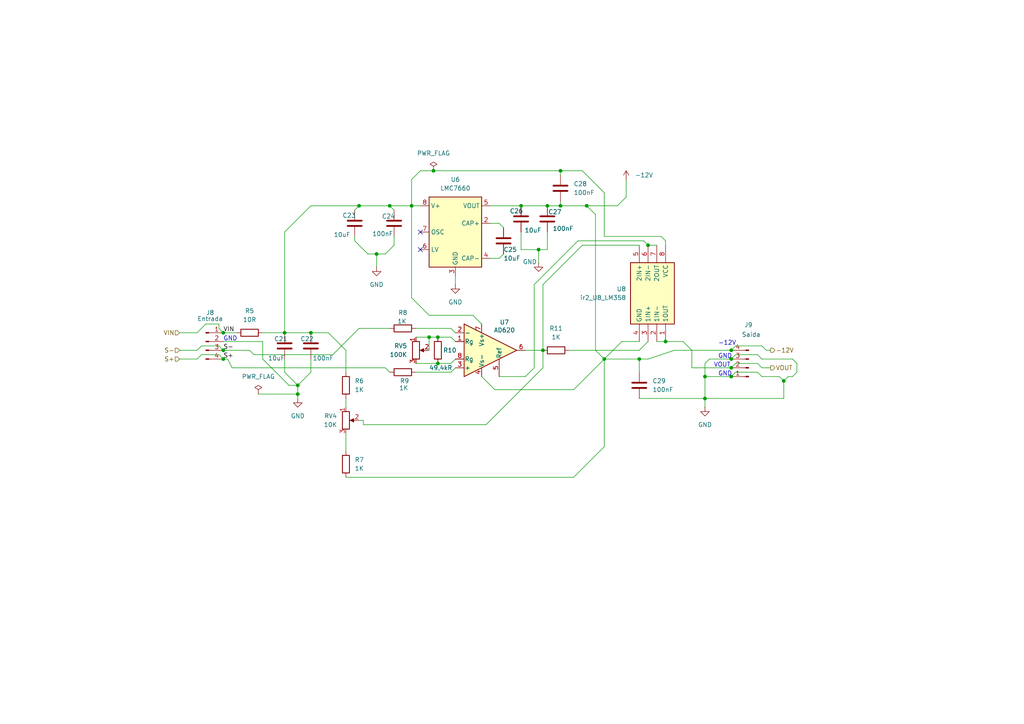
<source format=kicad_sch>
(kicad_sch (version 20250114) (generator "eeschema") (generator_version "9.0")
  (paper "A4")
  (title_block (title "PROJETO IR2_B2_UFAM") (date "07/08/2025") (rev "V1") (company "UFAM-UFMG") (comment 1 "1 - Software Proteus substituído pelo Software Kicad 9.0") (comment 2 "2 - Incluído Amplificafor de Instrumentação para reduzir ruídos") (comment 3 "3 - Incluídos conectores para cabos entrelaçados") (comment 4 "4 - Análise de 4 camadas para reduzir ruídos") (comment 5 "5 - Teste de clonagem"))
  (lib_symbols
    (symbol "Amplifier_Instrumentation:AD620" (pin_names (offset 0.127))
      (property "Reference" "U" (at 3.81 7.62 0))
      (property "Value" "AD620" (at 5.08 5.08 0))
      (symbol "AD620_0_1"
        (polyline (pts (xy -7.62 7.62) (xy -7.62 -7.62) (xy 7.62 0) (xy -7.62 7.62)) (stroke (width 0.254)) (fill (type background)))
      )
      (symbol "AD620_1_1"
        (pin input line (at -10.16 5.08 0) (length 2.54) (name "-") (number "2"))
        (pin passive line (at -10.16 2.54 0) (length 2.54) (name "Rg") (number "1"))
        (pin passive line (at -10.16 -2.54 0) (length 2.54) (name "Rg") (number "8"))
        (pin input line (at -10.16 -5.08 0) (length 2.54) (name "+") (number "3"))
        (pin power_in line (at -2.54 7.62 270) (length 2.54) (name "Vs+") (number "7"))
        (pin power_in line (at -2.54 -7.62 90) (length 2.54) (name "Vs-") (number "4"))
        (pin passive line (at 2.54 -7.62 90) (length 5.08) (name "Ref") (number "5"))
        (pin output line (at 10.16 0 180) (length 2.54) (name "~") (number "6"))
      )
    )
    (symbol "Connector:Conn_01x04_Pin" (pin_names (offset 1.016) (hide yes))
      (property "Reference" "J" (at 0 5.08 0))
      (property "Value" "Conn_01x04_Pin" (at 0 -7.62 0))
      (symbol "Conn_01x04_Pin_1_1"
        (rectangle (start 0.8636 2.667) (end 0 2.413) (stroke (width 0.1524)) (fill (type outline)))
        (rectangle (start 0.8636 0.127) (end 0 -0.127) (stroke (width 0.1524)) (fill (type outline)))
        (rectangle (start 0.8636 -2.413) (end 0 -2.667) (stroke (width 0.1524)) (fill (type outline)))
        (rectangle (start 0.8636 -4.953) (end 0 -5.207) (stroke (width 0.1524)) (fill (type outline)))
        (polyline (pts (xy 1.27 2.54) (xy 0.8636 2.54)) (stroke (width 0.1524)))
        (polyline (pts (xy 1.27 0) (xy 0.8636 0)) (stroke (width 0.1524)))
        (polyline (pts (xy 1.27 -2.54) (xy 0.8636 -2.54)) (stroke (width 0.1524)))
        (polyline (pts (xy 1.27 -5.08) (xy 0.8636 -5.08)) (stroke (width 0.1524)))
        (pin passive line (at 5.08 2.54 180) (length 3.81) (name "Pin_1") (number "1"))
        (pin passive line (at 5.08 0 180) (length 3.81) (name "Pin_2") (number "2"))
        (pin passive line (at 5.08 -2.54 180) (length 3.81) (name "Pin_3") (number "3"))
        (pin passive line (at 5.08 -5.08 180) (length 3.81) (name "Pin_4") (number "4"))
      )
    )
    (symbol "Device:C" (pin_numbers (hide yes)) (pin_names (offset 0.254))
      (property "Reference" "C" (at 0.635 2.54 0))
      (property "Value" "C" (at 0.635 -2.54 0))
      (symbol "C_0_1"
        (polyline (pts (xy -2.032 0.762) (xy 2.032 0.762)) (stroke (width 0.508)))
        (polyline (pts (xy -2.032 -0.762) (xy 2.032 -0.762)) (stroke (width 0.508)))
      )
      (symbol "C_1_1"
        (pin passive line (at 0 3.81 270) (length 2.794) (name "~") (number "1"))
        (pin passive line (at 0 -3.81 90) (length 2.794) (name "~") (number "2"))
      )
    )
    (symbol "Device:R" (pin_numbers (hide yes)) (pin_names (offset 0))
      (property "Reference" "R" (at 2.032 0 90))
      (property "Value" "R" (at 0 0 90))
      (symbol "R_0_1"
        (rectangle (start -1.016 -2.54) (end 1.016 2.54) (stroke (width 0.254)))
      )
      (symbol "R_1_1"
        (pin passive line (at 0 3.81 270) (length 1.27) (name "~") (number "1"))
        (pin passive line (at 0 -3.81 90) (length 1.27) (name "~") (number "2"))
      )
    )
    (symbol "Device:R_Potentiometer" (pin_names (offset 1.016) (hide yes))
      (property "Reference" "RV" (at -4.445 0 90))
      (property "Value" "R_Potentiometer" (at -2.54 0 90))
      (symbol "R_Potentiometer_0_1"
        (rectangle (start 1.016 2.54) (end -1.016 -2.54) (stroke (width 0.254)))
        (polyline (pts (xy 1.143 0) (xy 2.286 0.508) (xy 2.286 -0.508) (xy 1.143 0)) (fill (type outline)))
        (polyline (pts (xy 2.54 0) (xy 1.524 0)))
      )
      (symbol "R_Potentiometer_1_1"
        (pin passive line (at 0 3.81 270) (length 1.27) (name "1") (number "1"))
        (pin passive line (at 0 -3.81 90) (length 1.27) (name "3") (number "3"))
        (pin passive line (at 3.81 0 180) (length 1.27) (name "2") (number "2"))
      )
    )
    (symbol "IR2_Library:IR2_UFAM_U8_LM358"
      (property "Reference" "U" (at 24.13 7.62 0))
      (property "Value" "IR2_UFAM_U8_LM358" (at 24.13 5.08 0))
      (symbol "IR2_UFAM_U8_LM358_1_1"
        (rectangle (start 5.08 2.54) (end 22.86 -10.16) (stroke (width 0.254)) (fill (type background)))
        (pin passive line (at 0 0 0) (length 5.08) (name "1OUT") (number "1"))
        (pin passive line (at 0 -2.54 0) (length 5.08) (name "1IN-") (number "2"))
        (pin passive line (at 0 -5.08 0) (length 5.08) (name "1IN+") (number "3"))
        (pin passive line (at 0 -7.62 0) (length 5.08) (name "GND") (number "4"))
        (pin passive line (at 27.94 0 180) (length 5.08) (name "VCC") (number "8"))
        (pin passive line (at 27.94 -2.54 180) (length 5.08) (name "2OUT") (number "7"))
        (pin passive line (at 27.94 -5.08 180) (length 5.08) (name "2IN-") (number "6"))
        (pin passive line (at 27.94 -7.62 180) (length 5.08) (name "2IN+") (number "5"))
      )
    )
    (symbol "Regulator_SwitchedCapacitor:LMC7660"
      (property "Reference" "U" (at -6.604 11.43 0))
      (property "Value" "LMC7660" (at 0 11.43 0))
      (symbol "LMC7660_0_1"
        (rectangle (start -7.62 10.16) (end 7.62 -10.16) (stroke (width 0.254)) (fill (type background)))
      )
      (symbol "LMC7660_1_1"
        (pin power_in line (at -10.16 7.62 0) (length 2.54) (name "V+") (number "8"))
        (pin input line (at -10.16 0 0) (length 2.54) (name "OSC") (number "7"))
        (pin input line (at -10.16 -5.08 0) (length 2.54) (name "LV") (number "6"))
        (pin no_connect line (at -7.62 5.08 0) (length 2.54) (hide yes) (name "NC") (number "1"))
        (pin power_in line (at 0 -12.7 90) (length 2.54) (name "GND") (number "3"))
        (pin power_out line (at 10.16 7.62 180) (length 2.54) (name "VOUT") (number "5"))
        (pin input line (at 10.16 2.54 180) (length 2.54) (name "CAP+") (number "2"))
        (pin input line (at 10.16 -7.62 180) (length 2.54) (name "CAP-") (number "4"))
      )
    )
    (symbol "power:GND" (power) (pin_numbers (hide yes)) (pin_names (offset 0) (hide yes))
      (property "Value" "GND" (at 0 -3.81 0))
      (symbol "GND_0_1"
        (polyline (pts (xy 0 0) (xy 0 -1.27) (xy 1.27 -1.27) (xy 0 -2.54) (xy -1.27 -1.27) (xy 0 -1.27)))
      )
      (symbol "GND_1_1"
        (pin power_in line (at 0 0 270) (length 0) (name "~") (number "1"))
      )
    )
    (symbol "power:PWR_FLAG" (power) (pin_numbers (hide yes)) (pin_names (offset 0) (hide yes))
      (property "Value" "PWR_FLAG" (at 0 3.81 0))
      (symbol "PWR_FLAG_0_0"
        (pin power_out line (at 0 0 90) (length 0) (name "~") (number "1"))
      )
      (symbol "PWR_FLAG_0_1"
        (polyline (pts (xy 0 0) (xy 0 1.27) (xy -1.016 1.905) (xy 0 2.54) (xy 1.016 1.905) (xy 0 1.27)))
      )
    )
    (symbol "power:VCC" (power) (pin_numbers (hide yes)) (pin_names (offset 0) (hide yes))
      (property "Value" "VCC" (at 0 3.556 0))
      (symbol "VCC_0_1"
        (polyline (pts (xy -0.762 1.27) (xy 0 2.54)))
        (polyline (pts (xy 0 2.54) (xy 0.762 1.27)))
        (polyline (pts (xy 0 0) (xy 0 2.54)))
      )
      (symbol "VCC_1_1"
        (pin power_in line (at 0 0 90) (length 0) (name "~") (number "1"))
      )
    )
  )
  (text "GND" (at 64.77 99.06 0) (effects (font (size 1.27 1.27)) (justify left bottom)))
  (text "-12V" (at 208.28 100.33 0) (effects (font (size 1.27 1.27)) (justify left bottom)))
  (text "GND" (at 208.28 104.14 0) (effects (font (size 1.27 1.27)) (justify left bottom)))
  (text "GND" (at 208.28 109.22 0) (effects (font (size 1.27 1.27)) (justify left bottom)))
  (text "VOUT" (at 207.01 106.68 0) (effects (font (size 1.27 1.27)) (justify left bottom)))
  (junction (at 64.77 104.14))
  (junction (at 156.21 72.39))
  (junction (at 170.18 59.69))
  (junction (at 64.77 101.6))
  (junction (at 127 105.41))
  (junction (at 227.33 110.49))
  (junction (at 204.47 115.57))
  (junction (at 175.26 104.14))
  (junction (at 185.42 104.14))
  (junction (at 82.55 96.52))
  (junction (at 109.22 73.66))
  (junction (at 113.03 59.69))
  (junction (at 124.46 97.79))
  (junction (at 187.96 71.12))
  (junction (at 158.75 59.69))
  (junction (at 90.17 96.52))
  (junction (at 162.56 59.69))
  (junction (at 119.38 59.69))
  (junction (at 212.09 101.6))
  (junction (at 151.13 59.69))
  (junction (at 193.04 99.06))
  (junction (at 157.48 101.6))
  (junction (at 64.77 96.52))
  (junction (at 127 97.79))
  (junction (at 212.09 109.22))
  (junction (at 212.09 104.14))
  (junction (at 162.56 49.53))
  (junction (at 104.14 59.69))
  (junction (at 204.47 109.22))
  (junction (at 86.36 114.3))
  (junction (at 86.36 111.76))
  (junction (at 125.73 49.53))
  (junction (at 212.09 106.68))
  (no_connect (at 121.92 67.31))
  (no_connect (at 121.92 72.39))
  (wire (pts (xy 114.3 60.96) (xy 113.03 59.69)))
  (wire (pts (xy 175.26 104.14) (xy 175.26 129.54)))
  (wire (pts (xy 220.98 104.14) (xy 219.71 102.87)))
  (wire (pts (xy 204.47 109.22) (xy 204.47 115.57)))
  (wire (pts (xy 213.36 107.95) (xy 212.09 109.22)))
  (wire (pts (xy 82.55 107.95) (xy 82.55 104.14)))
  (wire (pts (xy 185.42 104.14) (xy 185.42 107.95)))
  (wire (pts (xy 229.87 109.22) (xy 228.6 109.22)))
  (wire (pts (xy 100.33 101.6) (xy 95.25 96.52)))
  (wire (pts (xy 59.69 93.98) (xy 63.5 93.98)))
  (wire (pts (xy 193.04 69.85) (xy 193.04 71.12)))
  (wire (pts (xy 157.48 82.55) (xy 157.48 101.6)))
  (wire (pts (xy 220.98 106.68) (xy 219.71 105.41)))
  (wire (pts (xy 102.87 60.96) (xy 104.14 59.69)))
  (wire (pts (xy 119.38 59.69) (xy 121.92 59.69)))
  (wire (pts (xy 156.21 72.39) (xy 156.21 76.2)))
  (wire (pts (xy 193.04 69.85) (xy 191.77 68.58)))
  (wire (pts (xy 172.72 62.23) (xy 170.18 59.69)))
  (wire (pts (xy 142.24 59.69) (xy 151.13 59.69)))
  (wire (pts (xy 167.64 69.85) (xy 154.94 82.55)))
  (wire (pts (xy 168.91 71.12) (xy 157.48 82.55)))
  (wire (pts (xy 74.93 114.3) (xy 86.36 114.3)))
  (wire (pts (xy 127 105.41) (xy 130.81 105.41)))
  (wire (pts (xy 106.68 73.66) (xy 109.22 73.66)))
  (wire (pts (xy 102.87 68.58) (xy 102.87 69.85)))
  (wire (pts (xy 204.47 115.57) (xy 204.47 118.11)))
  (wire (pts (xy 185.42 104.14) (xy 187.96 104.14)))
  (wire (pts (xy 172.72 101.6) (xy 172.72 62.23)))
  (wire (pts (xy 154.94 106.68) (xy 152.4 109.22)))
  (wire (pts (xy 58.42 102.87) (xy 63.5 102.87)))
  (wire (pts (xy 222.25 101.6) (xy 220.98 100.33)))
  (wire (pts (xy 229.87 104.14) (xy 231.14 105.41)))
  (wire (pts (xy 64.77 99.06) (xy 76.2 99.06)))
  (wire (pts (xy 82.55 96.52) (xy 82.55 67.31)))
  (wire (pts (xy 213.36 102.87) (xy 219.71 102.87)))
  (wire (pts (xy 125.73 49.53) (xy 162.56 49.53)))
  (wire (pts (xy 200.66 101.6) (xy 200.66 106.68)))
  (wire (pts (xy 186.69 69.85) (xy 167.64 69.85)))
  (wire (pts (xy 157.48 101.6) (xy 157.48 106.68)))
  (wire (pts (xy 223.52 101.6) (xy 222.25 101.6)))
  (wire (pts (xy 130.81 105.41) (xy 132.08 104.14)))
  (wire (pts (xy 76.2 99.06) (xy 76.2 104.14)))
  (wire (pts (xy 227.33 110.49) (xy 227.33 115.57)))
  (wire (pts (xy 220.98 100.33) (xy 213.36 100.33)))
  (wire (pts (xy 57.15 101.6) (xy 58.42 100.33)))
  (wire (pts (xy 52.07 104.14) (xy 57.15 104.14)))
  (wire (pts (xy 187.96 104.14) (xy 195.58 101.6)))
  (wire (pts (xy 82.55 67.31) (xy 90.17 59.69)))
  (wire (pts (xy 175.26 104.14) (xy 172.72 101.6)))
  (wire (pts (xy 144.78 109.22) (xy 152.4 109.22)))
  (wire (pts (xy 165.1 101.6) (xy 185.42 101.6)))
  (wire (pts (xy 181.61 52.07) (xy 181.61 57.15)))
  (wire (pts (xy 151.13 67.31) (xy 151.13 72.39)))
  (wire (pts (xy 86.36 114.3) (xy 86.36 115.57)))
  (wire (pts (xy 166.37 138.43) (xy 175.26 129.54)))
  (wire (pts (xy 180.34 99.06) (xy 175.26 104.14)))
  (wire (pts (xy 124.46 91.44) (xy 119.38 86.36)))
  (wire (pts (xy 124.46 97.79) (xy 127 97.79)))
  (wire (pts (xy 121.92 49.53) (xy 125.73 49.53)))
  (wire (pts (xy 130.81 107.95) (xy 132.08 106.68)))
  (wire (pts (xy 162.56 49.53) (xy 168.91 49.53)))
  (wire (pts (xy 124.46 97.79) (xy 124.46 101.6)))
  (wire (pts (xy 190.5 99.06) (xy 193.04 99.06)))
  (wire (pts (xy 52.07 101.6) (xy 57.15 101.6)))
  (wire (pts (xy 57.15 96.52) (xy 59.69 93.98)))
  (wire (pts (xy 130.81 95.25) (xy 132.08 96.52)))
  (wire (pts (xy 213.36 102.87) (xy 212.09 104.14)))
  (wire (pts (xy 57.15 104.14) (xy 58.42 102.87)))
  (wire (pts (xy 162.56 59.69) (xy 170.18 59.69)))
  (wire (pts (xy 86.36 111.76) (xy 86.36 114.3)))
  (wire (pts (xy 127 97.79) (xy 130.81 97.79)))
  (wire (pts (xy 144.78 64.77) (xy 146.05 66.04)))
  (wire (pts (xy 63.5 95.25) (xy 64.77 96.52)))
  (wire (pts (xy 67.31 106.68) (xy 66.04 104.14)))
  (wire (pts (xy 137.16 91.44) (xy 124.46 91.44)))
  (wire (pts (xy 185.42 71.12) (xy 168.91 71.12)))
  (wire (pts (xy 151.13 72.39) (xy 156.21 72.39)))
  (wire (pts (xy 100.33 107.95) (xy 100.33 101.6)))
  (wire (pts (xy 140.97 123.19) (xy 157.48 106.68)))
  (wire (pts (xy 220.98 104.14) (xy 229.87 104.14)))
  (wire (pts (xy 204.47 109.22) (xy 212.09 109.22)))
  (wire (pts (xy 187.96 71.12) (xy 186.69 69.85)))
  (wire (pts (xy 104.14 95.25) (xy 96.52 102.87)))
  (wire (pts (xy 90.17 96.52) (xy 95.25 96.52)))
  (wire (pts (xy 204.47 115.57) (xy 227.33 115.57)))
  (wire (pts (xy 64.77 104.14) (xy 66.04 104.14)))
  (wire (pts (xy 90.17 107.95) (xy 86.36 111.76)))
  (wire (pts (xy 114.3 68.58) (xy 114.3 71.12)))
  (wire (pts (xy 166.37 113.03) (xy 175.26 104.14)))
  (wire (pts (xy 102.87 69.85) (xy 106.68 73.66)))
  (wire (pts (xy 96.52 102.87) (xy 73.66 102.87)))
  (wire (pts (xy 142.24 64.77) (xy 144.78 64.77)))
  (wire (pts (xy 82.55 107.95) (xy 86.36 111.76)))
  (wire (pts (xy 193.04 99.06) (xy 198.12 99.06)))
  (wire (pts (xy 52.07 96.52) (xy 57.15 96.52)))
  (wire (pts (xy 104.14 121.92) (xy 105.41 121.92)))
  (wire (pts (xy 205.74 104.14) (xy 212.09 104.14)))
  (wire (pts (xy 213.36 105.41) (xy 212.09 106.68)))
  (wire (pts (xy 187.96 99.06) (xy 185.42 101.6)))
  (wire (pts (xy 185.42 115.57) (xy 204.47 115.57)))
  (wire (pts (xy 109.22 73.66) (xy 109.22 77.47)))
  (wire (pts (xy 162.56 49.53) (xy 162.56 50.8)))
  (wire (pts (xy 185.42 99.06) (xy 180.34 99.06)))
  (wire (pts (xy 63.5 102.87) (xy 64.77 104.14)))
  (wire (pts (xy 104.14 59.69) (xy 113.03 59.69)))
  (wire (pts (xy 64.77 96.52) (xy 68.58 96.52)))
  (wire (pts (xy 204.47 105.41) (xy 204.47 109.22)))
  (wire (pts (xy 220.98 109.22) (xy 219.71 107.95)))
  (wire (pts (xy 158.75 59.69) (xy 162.56 59.69)))
  (wire (pts (xy 130.81 97.79) (xy 132.08 99.06)))
  (wire (pts (xy 223.52 106.68) (xy 220.98 106.68)))
  (wire (pts (xy 185.42 104.14) (xy 175.26 104.14)))
  (wire (pts (xy 119.38 59.69) (xy 119.38 52.07)))
  (wire (pts (xy 219.71 105.41) (xy 213.36 105.41)))
  (wire (pts (xy 219.71 107.95) (xy 213.36 107.95)))
  (wire (pts (xy 119.38 52.07) (xy 121.92 49.53)))
  (wire (pts (xy 143.51 113.03) (xy 166.37 113.03)))
  (wire (pts (xy 76.2 104.14) (xy 83.82 111.76)))
  (wire (pts (xy 231.14 107.95) (xy 229.87 109.22)))
  (wire (pts (xy 113.03 59.69) (xy 119.38 59.69)))
  (wire (pts (xy 175.26 55.88) (xy 175.26 68.58)))
  (wire (pts (xy 142.24 74.93) (xy 144.78 74.93)))
  (wire (pts (xy 187.96 71.12) (xy 190.5 71.12)))
  (wire (pts (xy 139.7 109.22) (xy 143.51 113.03)))
  (wire (pts (xy 120.65 107.95) (xy 130.81 107.95)))
  (wire (pts (xy 139.7 93.98) (xy 137.16 91.44)))
  (wire (pts (xy 220.98 109.22) (xy 226.06 109.22)))
  (wire (pts (xy 200.66 106.68) (xy 212.09 106.68)))
  (wire (pts (xy 83.82 111.76) (xy 86.36 111.76)))
  (wire (pts (xy 111.76 106.68) (xy 113.03 107.95)))
  (wire (pts (xy 151.13 59.69) (xy 158.75 59.69)))
  (wire (pts (xy 67.31 106.68) (xy 111.76 106.68)))
  (wire (pts (xy 105.41 121.92) (xy 105.41 123.19)))
  (wire (pts (xy 63.5 100.33) (xy 64.77 101.6)))
  (wire (pts (xy 90.17 107.95) (xy 90.17 104.14)))
  (wire (pts (xy 170.18 59.69) (xy 179.07 59.69)))
  (wire (pts (xy 114.3 71.12) (xy 111.76 73.66)))
  (wire (pts (xy 119.38 59.69) (xy 119.38 86.36)))
  (wire (pts (xy 132.08 80.01) (xy 132.08 82.55)))
  (wire (pts (xy 228.6 109.22) (xy 227.33 110.49)))
  (wire (pts (xy 100.33 138.43) (xy 166.37 138.43)))
  (wire (pts (xy 195.58 101.6) (xy 212.09 101.6)))
  (wire (pts (xy 226.06 109.22) (xy 227.33 110.49)))
  (wire (pts (xy 158.75 67.31) (xy 158.75 72.39)))
  (wire (pts (xy 105.41 123.19) (xy 140.97 123.19)))
  (wire (pts (xy 181.61 57.15) (xy 179.07 59.69)))
  (wire (pts (xy 154.94 82.55) (xy 154.94 106.68)))
  (wire (pts (xy 175.26 68.58) (xy 191.77 68.58)))
  (wire (pts (xy 58.42 100.33) (xy 63.5 100.33)))
  (wire (pts (xy 64.77 101.6) (xy 72.39 101.6)))
  (wire (pts (xy 198.12 99.06) (xy 200.66 101.6)))
  (wire (pts (xy 168.91 49.53) (xy 175.26 55.88)))
  (wire (pts (xy 73.66 102.87) (xy 72.39 101.6)))
  (wire (pts (xy 120.65 97.79) (xy 124.46 97.79)))
  (wire (pts (xy 144.78 74.93) (xy 146.05 73.66)))
  (wire (pts (xy 76.2 96.52) (xy 82.55 96.52)))
  (wire (pts (xy 90.17 59.69) (xy 104.14 59.69)))
  (wire (pts (xy 162.56 58.42) (xy 162.56 59.69)))
  (wire (pts (xy 100.33 125.73) (xy 100.33 130.81)))
  (wire (pts (xy 82.55 96.52) (xy 90.17 96.52)))
  (wire (pts (xy 113.03 95.25) (xy 104.14 95.25)))
  (wire (pts (xy 120.65 95.25) (xy 130.81 95.25)))
  (wire (pts (xy 109.22 73.66) (xy 111.76 73.66)))
  (wire (pts (xy 63.5 93.98) (xy 63.5 95.25)))
  (wire (pts (xy 120.65 105.41) (xy 127 105.41)))
  (wire (pts (xy 213.36 100.33) (xy 212.09 101.6)))
  (wire (pts (xy 204.47 105.41) (xy 205.74 104.14)))
  (wire (pts (xy 100.33 115.57) (xy 100.33 118.11)))
  (wire (pts (xy 156.21 72.39) (xy 158.75 72.39)))
  (wire (pts (xy 152.4 101.6) (xy 157.48 101.6)))
  (wire (pts (xy 231.14 105.41) (xy 231.14 107.95)))
  (label "S+" (at 64.77 104.14 0))
  (label "S-" (at 64.77 101.6 0))
  (label "VIN" (at 64.77 96.52 0))
  (hierarchical_label "S+" (shape input) (at 52.07 104.14 180))
  (hierarchical_label "S-" (shape input) (at 52.07 101.6 180))
  (hierarchical_label "-12V" (shape output) (at 223.52 101.6 0))
  (hierarchical_label "VOUT" (shape output) (at 223.52 106.68 0))
  (hierarchical_label "VIN" (shape input) (at 52.07 96.52 180))
  (symbol (lib_id "Device:R") (at 100.33 134.62 180) (unit 1)
    (property "Reference" "R7" (at 102.87 133.3499 0) (effects (justify right)))
    (property "Value" "1K" (at 102.87 135.8899 0) (effects (justify right)))
    (property "Footprint" "Resistor_SMD:R_0805_2012Metric" (effects (hide yes)))
    (property "Description" "Resistor" (effects (hide yes)))
  )
  (symbol (lib_id "Device:R") (at 116.84 95.25 270) (unit 1)
    (property "Reference" "R8" (at 116.84 90.678 90))
    (property "Value" "1K" (at 116.586 93.218 90))
    (property "Footprint" "Resistor_SMD:R_0805_2012Metric" (effects (hide yes)))
    (property "Description" "Resistor" (effects (hide yes)))
  )
  (symbol (lib_id "power:GND") (at 109.22 77.47 0) (unit 1)
    (property "Reference" "#PWR024" (effects (hide yes)))
    (property "Value" "GND" (at 109.22 82.55 0))
    (property "Description" "Power symbol creates a global label with name \"GND\" , ground" (effects (hide yes)))
  )
  (symbol (lib_id "Regulator_SwitchedCapacitor:LMC7660") (at 132.08 67.31 0) (unit 1)
    (property "Reference" "U6" (at 132.08 52.07 0))
    (property "Value" "LMC7660" (at 132.08 54.61 0))
    (property "Footprint" "Package_SO:SOIC-8_5.3x5.3mm_P1.27mm" (effects (hide yes)))
    (property "Datasheet" "http://www.ti.com/lit/ds/symlink/lmc7660.pdf" (effects (hide yes)))
    (property "Description" "Voltage converter from +1.5V to +10V to +1.5V to +10V, SO-8/DIP-8" (effects (hide yes)))
  )
  (symbol (lib_id "Device:C") (at 151.13 63.5 0) (unit 1)
    (property "Reference" "C26" (at 147.828 61.214 0) (effects (justify left)))
    (property "Value" "10uF" (at 152.146 66.802 0) (effects (justify left)))
    (property "Footprint" "Capacitor_SMD:C_Elec_3x5.4" (effects (hide yes)))
    (property "Description" "Unpolarized capacitor" (effects (hide yes)))
  )
  (symbol (lib_id "power:PWR_FLAG") (at 74.93 114.3 0) (unit 1)
    (property "Reference" "#FLG01" (effects (hide yes)))
    (property "Value" "PWR_FLAG" (at 74.93 109.22 0))
    (property "Description" "Special symbol for telling ERC where power comes from" (effects (hide yes)))
  )
  (symbol (lib_id "Device:R") (at 127 101.6 0) (unit 1)
    (property "Reference" "R10" (at 128.524 101.6 0) (effects (justify left)))
    (property "Value" "49,4kR" (at 124.46 106.68 0) (effects (justify left)))
    (property "Footprint" "Resistor_SMD:R_0805_2012Metric" (effects (hide yes)))
    (property "Description" "Resistor" (effects (hide yes)))
  )
  (symbol (lib_id "Device:C") (at 102.87 64.77 0) (unit 1)
    (property "Reference" "C23" (at 99.314 62.484 0) (effects (justify left)))
    (property "Value" "10uF" (at 96.774 68.072 0) (effects (justify left)))
    (property "Footprint" "Capacitor_SMD:C_Elec_3x5.4" (effects (hide yes)))
    (property "Description" "Unpolarized capacitor" (effects (hide yes)))
  )
  (symbol (lib_id "power:GND") (at 132.08 82.55 0) (unit 1)
    (property "Reference" "#PWR025" (effects (hide yes)))
    (property "Value" "GND" (at 132.08 87.63 0))
    (property "Description" "Power symbol creates a global label with name \"GND\" , ground" (effects (hide yes)))
  )
  (symbol (lib_id "power:VCC") (at 181.61 52.07 0) (unit 1)
    (property "Reference" "#PWR038" (effects (hide yes)))
    (property "Value" "-12V" (at 184.15 50.7999 0) (effects (justify left)))
    (property "Description" "Power symbol creates a global label with name \"VCC\"" (effects (hide yes)))
  )
  (symbol (lib_id "Device:C") (at 146.05 69.85 180) (unit 1)
    (property "Reference" "C25" (at 146.05 72.3899 0) (effects (justify right)))
    (property "Value" "10uF" (at 146.05 74.9299 0) (effects (justify right)))
    (property "Footprint" "Capacitor_SMD:C_Elec_3x5.4" (effects (hide yes)))
    (property "Description" "Unpolarized capacitor" (effects (hide yes)))
  )
  (symbol (lib_id "Device:C") (at 82.55 100.33 0) (unit 1)
    (property "Reference" "C21" (at 79.502 98.298 0) (effects (justify left)))
    (property "Value" "10uF" (at 77.724 103.886 0) (effects (justify left)))
    (property "Footprint" "Capacitor_SMD:C_Elec_3x5.4" (effects (hide yes)))
    (property "Description" "Unpolarized capacitor" (effects (hide yes)))
  )
  (symbol (lib_id "Device:C") (at 114.3 64.77 0) (unit 1)
    (property "Reference" "C24" (at 110.744 62.738 0) (effects (justify left)))
    (property "Value" "100nF" (at 107.95 67.818 0) (effects (justify left)))
    (property "Footprint" "Capacitor_SMD:C_0805_2012Metric_Pad1.18x1.45mm_HandSolder" (effects (hide yes)))
    (property "Description" "Unpolarized capacitor" (effects (hide yes)))
  )
  (symbol (lib_id "Device:C") (at 185.42 111.76 180) (unit 1)
    (property "Reference" "C29" (at 189.23 110.4899 0) (effects (justify right)))
    (property "Value" "100nF" (at 189.23 113.0299 0) (effects (justify right)))
    (property "Footprint" "Capacitor_SMD:C_0805_2012Metric" (effects (hide yes)))
    (property "Description" "Unpolarized capacitor" (effects (hide yes)))
  )
  (symbol (lib_id "Device:R") (at 116.84 107.95 270) (unit 1)
    (property "Reference" "R9" (at 117.348 110.49 90))
    (property "Value" "1K" (at 117.094 112.522 90))
    (property "Footprint" "Resistor_SMD:R_0805_2012Metric" (effects (hide yes)))
    (property "Description" "Resistor" (effects (hide yes)))
  )
  (symbol (lib_id "Device:R_Potentiometer") (at 120.65 101.6 0) (unit 1)
    (property "Reference" "RV5" (at 118.11 100.3299 0) (effects (justify right)))
    (property "Value" "100K" (at 118.11 102.8699 0) (effects (justify right)))
    (property "Footprint" "Potentiometer_THT:Potentiometer_Bourns_3296W_Vertical" (effects (hide yes)))
    (property "Description" "Potentiometer" (effects (hide yes)))
  )
  (symbol (lib_id "power:GND") (at 204.47 118.11 0) (unit 1)
    (property "Reference" "#PWR027" (effects (hide yes)))
    (property "Value" "GND" (at 204.47 123.19 0))
    (property "Description" "Power symbol creates a global label with name \"GND\" , ground" (effects (hide yes)))
  )
  (symbol (lib_id "Device:R") (at 100.33 111.76 180) (unit 1)
    (property "Reference" "R6" (at 102.87 110.4899 0) (effects (justify right)))
    (property "Value" "1K" (at 102.87 113.0299 0) (effects (justify right)))
    (property "Footprint" "Resistor_SMD:R_0805_2012Metric" (effects (hide yes)))
    (property "Description" "Resistor" (effects (hide yes)))
  )
  (symbol (lib_id "Device:C") (at 162.56 54.61 180) (unit 1)
    (property "Reference" "C28" (at 166.37 53.3399 0) (effects (justify right)))
    (property "Value" "100nF" (at 166.37 55.8799 0) (effects (justify right)))
    (property "Footprint" "Capacitor_SMD:C_0805_2012Metric" (effects (hide yes)))
    (property "Description" "Unpolarized capacitor" (effects (hide yes)))
  )
  (symbol (lib_id "Device:R_Potentiometer") (at 100.33 121.92 0) (unit 1)
    (property "Reference" "RV4" (at 97.79 120.6499 0) (effects (justify right)))
    (property "Value" "10K" (at 97.79 123.1899 0) (effects (justify right)))
    (property "Footprint" "Potentiometer_THT:Potentiometer_Bourns_3296W_Vertical" (effects (hide yes)))
    (property "Description" "Potentiometer" (effects (hide yes)))
  )
  (symbol (lib_id "Connector:Conn_01x04_Pin") (at 59.69 99.06 0) (unit 1)
    (property "Reference" "J8" (at 60.96 90.678 0))
    (property "Value" "Entrada" (at 60.96 92.456 0))
    (property "Footprint" "Connector_Molex:Molex_KK-254_AE-6410-04A_1x04_P2.54mm_Vertical" (effects (hide yes)))
    (property "Description" "Generic connector, single row, 01x04, script generated" (effects (hide yes)))
  )
  (symbol (lib_id "power:PWR_FLAG") (at 125.73 49.53 0) (unit 1)
    (property "Reference" "#FLG02" (effects (hide yes)))
    (property "Value" "PWR_FLAG" (at 125.73 44.45 0))
    (property "Description" "Special symbol for telling ERC where power comes from" (effects (hide yes)))
  )
  (symbol (lib_id "Device:C") (at 90.17 100.33 0) (unit 1)
    (property "Reference" "C22" (at 87.122 98.298 0) (effects (justify left)))
    (property "Value" "100nF" (at 90.678 103.886 0) (effects (justify left)))
    (property "Footprint" "Capacitor_SMD:C_0805_2012Metric" (effects (hide yes)))
    (property "Description" "Unpolarized capacitor" (effects (hide yes)))
  )
  (symbol (lib_id "Device:C") (at 158.75 63.5 0) (unit 1)
    (property "Reference" "C27" (at 159.004 61.468 0) (effects (justify left)))
    (property "Value" "100nF" (at 160.274 66.294 0) (effects (justify left)))
    (property "Footprint" "Capacitor_SMD:C_0805_2012Metric" (effects (hide yes)))
    (property "Description" "Unpolarized capacitor" (effects (hide yes)))
  )
  (symbol (lib_id "power:GND") (at 156.21 76.2 0) (unit 1)
    (property "Reference" "#PWR026" (effects (hide yes)))
    (property "Value" "GND" (at 153.67 75.946 0))
    (property "Description" "Power symbol creates a global label with name \"GND\" , ground" (effects (hide yes)))
  )
  (symbol (lib_id "Device:R") (at 161.29 101.6 90) (unit 1)
    (property "Reference" "R11" (at 161.29 95.25 90))
    (property "Value" "1K" (at 161.29 97.79 90))
    (property "Footprint" "Resistor_SMD:R_0805_2012Metric_Pad1.20x1.40mm_HandSolder" (effects (hide yes)))
    (property "Description" "Resistor" (effects (hide yes)))
  )
  (symbol (lib_id "Connector:Conn_01x04_Pin") (at 217.17 106.68 180) (unit 1)
    (property "Reference" "J9" (at 215.9 94.234 0) (effects (justify right)))
    (property "Value" "Saída" (at 215.138 97.028 0) (effects (justify right)))
    (property "Footprint" "Connector_Molex:Molex_KK-254_AE-6410-04A_1x04_P2.54mm_Vertical" (effects (hide yes)))
    (property "Description" "Generic connector, single row, 01x04, script generated" (effects (hide yes)))
  )
  (symbol (lib_id "Amplifier_Instrumentation:AD620") (at 142.24 101.6 0) (unit 1)
    (property "Reference" "U7" (at 146.304 93.472 0))
    (property "Value" "AD620" (at 146.304 95.758 0))
    (property "Footprint" "Package_SO:SOIC-8_5.3x5.3mm_P1.27mm" (effects (hide yes)))
    (property "Datasheet" "https://www.analog.com/media/en/technical-documentation/data-sheets/AD620.pdf" (effects (hide yes)))
    (property "Description" "Low Cost, Low Power, Instrumentation Amplifier, DIP-8/SOIC-8" (effects (hide yes)))
  )
  (symbol (lib_id "IR2_Library:IR2_UFAM_U8_LM358") (at 193.04 99.06 270) (mirror x) (unit 1)
    (property "Reference" "U8" (at 181.61 83.8199 90) (effects (justify right)))
    (property "Value" "ir2_U8_LM358" (at 181.61 86.3599 90) (effects (justify right)))
    (property "Datasheet" "https://datasheet.lcsc.com/szlcsc/1902201702_IDCHIP-LM358_C329455.pdf" (effects (hide yes)))
    (property "Description" "Operational Amplifiers SOP-8 RoHS" (effects (hide yes)))
    (property "Height" "1.5" (effects (hide yes)))
    (property "Manufacturer_Name" "IDCHIP" (effects (hide yes)))
    (property "Manufacturer_Part_Number" "LM358" (effects (hide yes)))
  )
  (symbol (lib_id "power:GND") (at 86.36 115.57 0) (unit 1)
    (property "Reference" "#PWR07" (effects (hide yes)))
    (property "Value" "GND" (at 86.36 120.65 0))
    (property "Description" "Power symbol creates a global label with name \"GND\" , ground" (effects (hide yes)))
  )
  (symbol (lib_id "Device:R") (at 72.39 96.52 90) (unit 1)
    (property "Reference" "R5" (at 72.39 90.17 90))
    (property "Value" "10R" (at 72.39 92.71 90))
    (property "Footprint" "Resistor_SMD:R_0805_2012Metric" (effects (hide yes)))
    (property "Description" "Resistor" (effects (hide yes)))
  )
)
</source>
